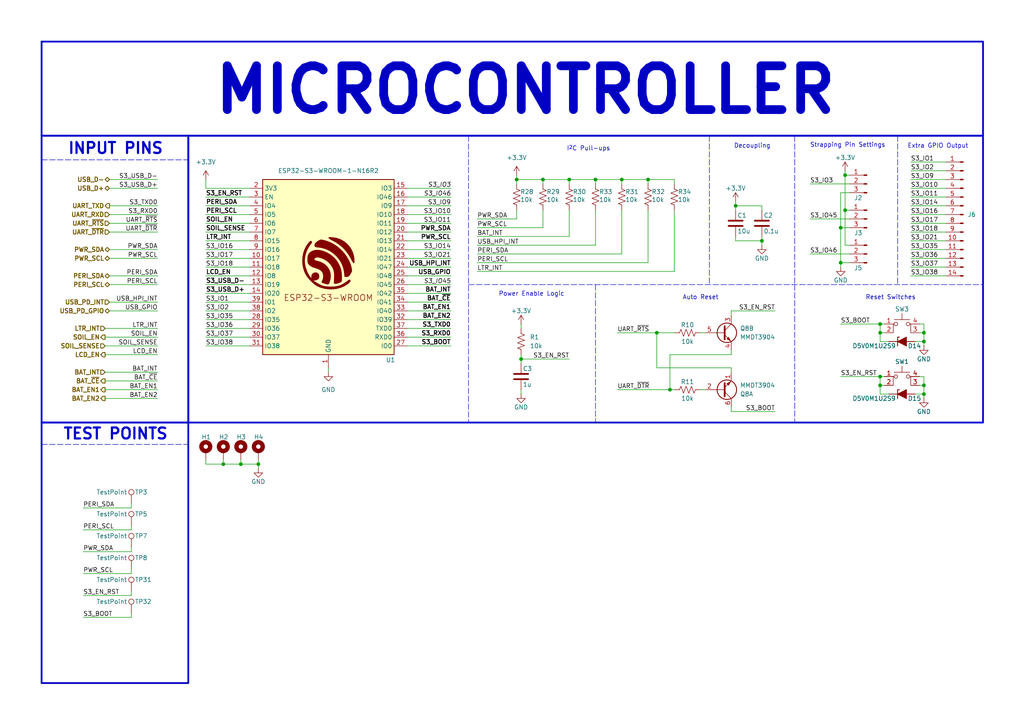
<source format=kicad_sch>
(kicad_sch (version 20231120) (generator "eeschema") (generator_version "8.0")
  (paper "A4")
  (lib_symbols
    (symbol "AA_MCUs:ESP32-S3-WROOM-1-N16R2"
      (property "Reference" "U" (at 18.034 -26.924 0))
      (property "Value" "ESP32-S3-WROOM-1-N16R2" (at 0.508 26.67 0))
      (symbol "ESP32-S3-WROOM-1-N16R2_0_0"
        (pin bidirectional line (at 22.86 15.24 180) (length 3.81) (name "IO10") (number "18"))
        (pin bidirectional line (at 22.86 12.7 180) (length 3.81) (name "IO11") (number "19"))
        (pin bidirectional line (at 22.86 10.16 180) (length 3.81) (name "IO12") (number "20"))
        (pin bidirectional line (at 22.86 7.62 180) (length 3.81) (name "IO13") (number "21"))
        (pin bidirectional line (at 22.86 5.08 180) (length 3.81) (name "IO14") (number "22"))
        (pin bidirectional line (at 22.86 2.54 180) (length 3.81) (name "IO21") (number "23"))
        (pin bidirectional line (at 22.86 0 180) (length 3.81) (name "IO47") (number "24"))
        (pin bidirectional line (at 22.86 -2.54 180) (length 3.81) (name "IO48") (number "25"))
        (pin bidirectional line (at 22.86 -5.08 180) (length 3.81) (name "IO45") (number "26"))
        (pin bidirectional line (at 22.86 -22.86 180) (length 3.81) (name "IO0") (number "27"))
        (pin bidirectional line (at -22.86 -15.24 0) (length 3.81) (name "IO35") (number "28"))
        (pin bidirectional line (at -22.86 -17.78 0) (length 3.81) (name "IO36") (number "29"))
        (pin bidirectional line (at -22.86 -20.32 0) (length 3.81) (name "IO37") (number "30"))
        (pin bidirectional line (at -22.86 -22.86 0) (length 3.81) (name "IO38") (number "31"))
        (pin bidirectional line (at 22.86 -15.24 180) (length 3.81) (name "IO39") (number "32"))
        (pin bidirectional line (at 22.86 -12.7 180) (length 3.81) (name "IO40") (number "33"))
        (pin bidirectional line (at 22.86 -10.16 180) (length 3.81) (name "IO41") (number "34"))
        (pin bidirectional line (at 22.86 -7.62 180) (length 3.81) (name "IO42") (number "35"))
      )
      (symbol "ESP32-S3-WROOM-1-N16R2_1_0"
        (pin power_in line (at 0 -29.21 90) (length 3.81) (name "GND") (number "1"))
        (pin bidirectional line (at -22.86 2.54 0) (length 3.81) (name "IO17") (number "10"))
        (pin bidirectional line (at -22.86 0 0) (length 3.81) (name "IO18") (number "11"))
        (pin bidirectional line (at -22.86 -2.54 0) (length 3.81) (name "IO8") (number "12"))
        (pin bidirectional line (at -22.86 -5.08 0) (length 3.81) (name "IO19") (number "13"))
        (pin bidirectional line (at -22.86 -7.62 0) (length 3.81) (name "IO20") (number "14"))
        (pin bidirectional line (at 22.86 22.86 180) (length 3.81) (name "IO3") (number "15"))
        (pin bidirectional line (at 22.86 20.32 180) (length 3.81) (name "IO46") (number "16"))
        (pin bidirectional line (at 22.86 17.78 180) (length 3.81) (name "IO9") (number "17"))
        (pin power_in line (at -22.86 22.86 0) (length 3.81) (name "3V3") (number "2"))
        (pin input line (at -22.86 20.32 0) (length 3.81) (name "EN") (number "3"))
        (pin bidirectional line (at 22.86 -20.32 180) (length 3.81) (name "RXD0") (number "36"))
        (pin bidirectional line (at 22.86 -17.78 180) (length 3.81) (name "TXD0") (number "37"))
        (pin bidirectional line (at -22.86 -12.7 0) (length 3.81) (name "IO2") (number "38"))
        (pin bidirectional line (at -22.86 -10.16 0) (length 3.81) (name "IO1") (number "39"))
        (pin bidirectional line (at -22.86 17.78 0) (length 3.81) (name "IO4") (number "4"))
        (pin power_in line (at 0 -29.21 90) (length 3.81) hide (name "GND") (number "40"))
        (pin power_in line (at 0 -29.21 90) (length 3.81) hide (name "EPAD") (number "41"))
        (pin power_in line (at 0 -29.21 90) (length 3.81) hide (name "GND") (number "42"))
        (pin power_in line (at 0 -29.21 90) (length 3.81) hide (name "GND") (number "43"))
        (pin power_in line (at 0 -29.21 90) (length 3.81) hide (name "GND") (number "44"))
        (pin power_in line (at 0 -29.21 90) (length 3.81) hide (name "GND") (number "45"))
        (pin power_in line (at 0 -29.21 90) (length 3.81) hide (name "GND") (number "46"))
        (pin power_in line (at 0 -29.21 90) (length 3.81) hide (name "GND") (number "47"))
        (pin power_in line (at 0 -29.21 90) (length 3.81) hide (name "GND") (number "48"))
        (pin power_in line (at 0 -29.21 90) (length 3.81) hide (name "GND") (number "49"))
        (pin bidirectional line (at -22.86 15.24 0) (length 3.81) (name "IO5") (number "5"))
        (pin bidirectional line (at -22.86 12.7 0) (length 3.81) (name "IO6") (number "6"))
        (pin bidirectional line (at -22.86 10.16 0) (length 3.81) (name "IO7") (number "7"))
        (pin bidirectional line (at -22.86 7.62 0) (length 3.81) (name "IO15") (number "8"))
        (pin bidirectional line (at -22.86 5.08 0) (length 3.81) (name "IO16") (number "9"))
      )
      (symbol "ESP32-S3-WROOM-1-N16R2_1_1"
        (text "ESP32-S3-WROOM" (at 0 -8.89 0) (effects (font (size 1.778 1.778))))
      )
    )
    (symbol "Connector:Conn_01x03_Pin" (pin_names (offset 1.016) hide)
      (property "Reference" "J" (at 0 5.08 0))
      (property "Value" "Conn_01x03_Pin" (at 0 -5.08 0))
      (symbol "Conn_01x03_Pin_1_1"
        (pin passive line (at 5.08 2.54 180) (length 3.81) (name "Pin_1") (number "1"))
        (pin passive line (at 5.08 0 180) (length 3.81) (name "Pin_2") (number "2"))
        (pin passive line (at 5.08 -2.54 180) (length 3.81) (name "Pin_3") (number "3"))
      )
    )
    (symbol "Connector:Conn_01x14_Pin" (pin_names (offset 1.016) hide)
      (property "Reference" "J" (at 0 17.78 0))
      (property "Value" "Conn_01x14_Pin" (at 0 -20.32 0))
      (symbol "Conn_01x14_Pin_1_1"
        (pin passive line (at 5.08 15.24 180) (length 3.81) (name "Pin_1") (number "1"))
        (pin passive line (at 5.08 -7.62 180) (length 3.81) (name "Pin_10") (number "10"))
        (pin passive line (at 5.08 -10.16 180) (length 3.81) (name "Pin_11") (number "11"))
        (pin passive line (at 5.08 -12.7 180) (length 3.81) (name "Pin_12") (number "12"))
        (pin passive line (at 5.08 -15.24 180) (length 3.81) (name "Pin_13") (number "13"))
        (pin passive line (at 5.08 -17.78 180) (length 3.81) (name "Pin_14") (number "14"))
        (pin passive line (at 5.08 12.7 180) (length 3.81) (name "Pin_2") (number "2"))
        (pin passive line (at 5.08 10.16 180) (length 3.81) (name "Pin_3") (number "3"))
        (pin passive line (at 5.08 7.62 180) (length 3.81) (name "Pin_4") (number "4"))
        (pin passive line (at 5.08 5.08 180) (length 3.81) (name "Pin_5") (number "5"))
        (pin passive line (at 5.08 2.54 180) (length 3.81) (name "Pin_6") (number "6"))
        (pin passive line (at 5.08 0 180) (length 3.81) (name "Pin_7") (number "7"))
        (pin passive line (at 5.08 -2.54 180) (length 3.81) (name "Pin_8") (number "8"))
        (pin passive line (at 5.08 -5.08 180) (length 3.81) (name "Pin_9") (number "9"))
      )
    )
    (symbol "Connector:TestPoint" (pin_numbers hide) (pin_names (offset 0.762) hide)
      (property "Reference" "TP" (at 0 6.858 0))
      (property "Value" "TestPoint" (at 0 5.08 0))
      (symbol "TestPoint_1_1"
        (pin passive line (at 0 0 90) (length 2.54) (name "1") (number "1"))
      )
    )
    (symbol "Device:C" (pin_numbers hide) (pin_names (offset 0.254))
      (property "Reference" "C" (at 0.635 2.54 0))
      (property "Value" "C" (at 0.635 -2.54 0))
      (symbol "C_1_1"
        (pin passive line (at 0 3.81 270) (length 2.794) (name "~") (number "1"))
        (pin passive line (at 0 -3.81 90) (length 2.794) (name "~") (number "2"))
      )
    )
    (symbol "Device:D_Zener_Filled" (pin_numbers hide) (pin_names (offset 1.016) hide)
      (property "Reference" "D" (at 0 2.54 0))
      (property "Value" "D_Zener_Filled" (at 0 -2.54 0))
      (symbol "D_Zener_Filled_1_1"
        (pin passive line (at -3.81 0 0) (length 2.54) (name "K") (number "1"))
        (pin passive line (at 3.81 0 180) (length 2.54) (name "A") (number "2"))
      )
    )
    (symbol "Device:R_US" (pin_numbers hide) (pin_names (offset 0))
      (property "Reference" "R" (at 2.54 0 90))
      (property "Value" "R_US" (at -2.54 0 90))
      (symbol "R_US_1_1"
        (pin passive line (at 0 3.81 270) (length 1.27) (name "~") (number "1"))
        (pin passive line (at 0 -3.81 90) (length 1.27) (name "~") (number "2"))
      )
    )
    (symbol "Mechanical:MountingHole_Pad" (pin_numbers hide) (pin_names (offset 1.016) hide) (exclude_from_sim yes) (in_bom no)
      (property "Reference" "H" (at 0 6.35 0))
      (property "Value" "MountingHole_Pad" (at 0 4.445 0))
      (symbol "MountingHole_Pad_1_1"
        (pin input line (at 0 -2.54 90) (length 2.54) (name "1") (number "1"))
      )
    )
    (symbol "Switch:SW_MEC_5E" (pin_names (offset 1.016) hide)
      (property "Reference" "SW" (at 0.635 5.715 0))
      (property "Value" "SW_MEC_5E" (at 0 -3.175 0))
      (symbol "SW_MEC_5E_0_1"
        (pin passive line (at -5.08 2.54 0) (length 2.54) (name "1") (number "1"))
        (pin passive line (at -5.08 0 0) (length 2.54) (name "2") (number "2"))
        (pin passive line (at 5.08 0 180) (length 2.54) (name "K") (number "3"))
        (pin passive line (at 5.08 2.54 180) (length 2.54) (name "A") (number "4"))
      )
    )
    (symbol "Transistor_BJT:MMDT3904" (pin_names (offset 0) hide)
      (property "Reference" "Q" (at 5.08 1.27 0))
      (property "Value" "MMDT3904" (at 5.08 -1.27 0))
      (symbol "MMDT3904_1_1"
        (pin passive line (at 2.54 -5.08 90) (length 2.54) (name "E1") (number "1"))
        (pin input line (at -5.08 0 0) (length 2.54) (name "B1") (number "2"))
        (pin passive line (at 2.54 5.08 270) (length 2.54) (name "C1") (number "6"))
      )
      (symbol "MMDT3904_2_1"
        (pin passive line (at 2.54 5.08 270) (length 2.54) (name "C2") (number "3"))
        (pin passive line (at 2.54 -5.08 90) (length 2.54) (name "E2") (number "4"))
        (pin input line (at -5.08 0 0) (length 2.54) (name "B2") (number "5"))
      )
    )
    (symbol "power:+3.3V" (power) (pin_numbers hide) (pin_names (offset 0) hide)
      (property "Value" "+3.3V" (at 0 3.556 0))
      (symbol "+3.3V_1_1"
        (pin power_in line (at 0 0 90) (length 0) (name "~") (number "1"))
      )
    )
    (symbol "power:GND" (power) (pin_numbers hide) (pin_names (offset 0) hide)
      (property "Value" "GND" (at 0 -3.81 0))
      (symbol "GND_1_1"
        (pin power_in line (at 0 0 270) (length 0) (name "~") (number "1"))
      )
    )
  )
  (junction (at 74.93 134.62))
  (junction (at 69.85 134.62))
  (junction (at 194.31 113.03))
  (junction (at 245.11 60.96))
  (junction (at 187.96 52.07))
  (junction (at 255.27 96.52))
  (junction (at 180.34 52.07))
  (junction (at 267.97 111.76))
  (junction (at 243.84 66.04))
  (junction (at 64.77 134.62))
  (junction (at 157.48 52.07))
  (junction (at 255.27 93.98))
  (junction (at 149.86 52.07))
  (junction (at 255.27 109.22))
  (junction (at 172.72 52.07))
  (junction (at 165.1 52.07))
  (junction (at 213.36 59.69))
  (junction (at 220.98 69.85))
  (junction (at 151.13 104.14))
  (junction (at 267.97 99.06))
  (junction (at 267.97 96.52))
  (junction (at 190.5 96.52))
  (junction (at 267.97 114.3))
  (junction (at 245.11 50.8))
  (junction (at 255.27 111.76))
  (junction (at 243.84 76.2))
  (wire (pts (xy 245.11 49.53) (xy 245.11 50.8)))
  (wire (pts (xy 24.13 153.67) (xy 38.1 153.67)))
  (wire (pts (xy 213.36 59.69) (xy 220.98 59.69)))
  (wire (pts (xy 118.11 72.39) (xy 130.81 72.39)))
  (wire (pts (xy 243.84 76.2) (xy 243.84 77.47)))
  (wire (pts (xy 24.13 147.32) (xy 38.1 147.32)))
  (wire (pts (xy 31.75 54.61) (xy 45.72 54.61)))
  (wire (pts (xy 187.96 60.96) (xy 187.96 76.2)))
  (wire (pts (xy 195.58 60.96) (xy 195.58 78.74)))
  (wire (pts (xy 59.69 67.31) (xy 72.39 67.31)))
  (wire (pts (xy 69.85 134.62) (xy 69.85 133.35)))
  (wire (pts (xy 64.77 134.62) (xy 64.77 133.35)))
  (wire (pts (xy 118.11 64.77) (xy 130.81 64.77)))
  (polyline (pts (xy 230.505 82.55) (xy 230.505 122.555)) (stroke (width 0) (type dash)))
  (wire (pts (xy 195.58 53.34) (xy 195.58 52.07)))
  (wire (pts (xy 194.31 113.03) (xy 195.58 113.03)))
  (wire (pts (xy 179.07 96.52) (xy 190.5 96.52)))
  (wire (pts (xy 95.25 106.68) (xy 95.25 107.95)))
  (wire (pts (xy 264.16 59.69) (xy 274.32 59.69)))
  (wire (pts (xy 264.16 46.99) (xy 274.32 46.99)))
  (wire (pts (xy 267.97 111.76) (xy 267.97 114.3)))
  (wire (pts (xy 179.07 113.03) (xy 194.31 113.03)))
  (wire (pts (xy 265.43 99.06) (xy 267.97 99.06)))
  (wire (pts (xy 118.11 54.61) (xy 130.81 54.61)))
  (wire (pts (xy 118.11 59.69) (xy 130.81 59.69)))
  (wire (pts (xy 264.16 57.15) (xy 274.32 57.15)))
  (wire (pts (xy 180.34 52.07) (xy 187.96 52.07)))
  (polyline (pts (xy 205.74 39.37) (xy 205.74 82.55)) (stroke (width 0) (type dash)))
  (polyline (pts (xy 12.065 46.355) (xy 54.61 46.355)) (stroke (width 0) (type dash)))
  (wire (pts (xy 243.84 55.88) (xy 246.38 55.88)))
  (wire (pts (xy 118.11 92.71) (xy 130.81 92.71)))
  (wire (pts (xy 45.72 97.79) (xy 30.48 97.79)))
  (wire (pts (xy 157.48 52.07) (xy 165.1 52.07)))
  (wire (pts (xy 243.84 76.2) (xy 243.84 66.04)))
  (wire (pts (xy 246.38 53.34) (xy 234.95 53.34)))
  (wire (pts (xy 212.09 91.44) (xy 212.09 90.17)))
  (wire (pts (xy 257.81 114.3) (xy 255.27 114.3)))
  (wire (pts (xy 267.97 114.3) (xy 265.43 114.3)))
  (wire (pts (xy 264.16 72.39) (xy 274.32 72.39)))
  (wire (pts (xy 243.84 66.04) (xy 246.38 66.04)))
  (wire (pts (xy 38.1 179.07) (xy 38.1 177.8)))
  (wire (pts (xy 172.72 52.07) (xy 180.34 52.07)))
  (wire (pts (xy 74.93 133.35) (xy 74.93 134.62)))
  (wire (pts (xy 118.11 100.33) (xy 130.81 100.33)))
  (wire (pts (xy 151.13 93.98) (xy 151.13 95.25)))
  (wire (pts (xy 118.11 57.15) (xy 130.81 57.15)))
  (wire (pts (xy 59.69 85.09) (xy 72.39 85.09)))
  (wire (pts (xy 59.69 95.25) (xy 72.39 95.25)))
  (wire (pts (xy 203.2 113.03) (xy 204.47 113.03)))
  (wire (pts (xy 118.11 67.31) (xy 130.81 67.31)))
  (wire (pts (xy 118.11 82.55) (xy 130.81 82.55)))
  (wire (pts (xy 59.69 134.62) (xy 64.77 134.62)))
  (wire (pts (xy 190.5 106.68) (xy 212.09 106.68)))
  (wire (pts (xy 245.11 60.96) (xy 245.11 71.12)))
  (wire (pts (xy 74.93 134.62) (xy 74.93 135.89)))
  (wire (pts (xy 59.69 87.63) (xy 72.39 87.63)))
  (wire (pts (xy 45.72 107.95) (xy 30.48 107.95)))
  (wire (pts (xy 245.11 71.12) (xy 246.38 71.12)))
  (wire (pts (xy 255.27 96.52) (xy 256.54 96.52)))
  (wire (pts (xy 59.69 69.85) (xy 72.39 69.85)))
  (wire (pts (xy 165.1 52.07) (xy 165.1 53.34)))
  (wire (pts (xy 138.43 68.58) (xy 165.1 68.58)))
  (wire (pts (xy 118.11 90.17) (xy 130.81 90.17)))
  (wire (pts (xy 213.36 69.85) (xy 213.36 68.58)))
  (wire (pts (xy 190.5 96.52) (xy 190.5 106.68)))
  (wire (pts (xy 245.11 50.8) (xy 245.11 60.96)))
  (wire (pts (xy 45.72 110.49) (xy 30.48 110.49)))
  (wire (pts (xy 212.09 119.38) (xy 212.09 118.11)))
  (wire (pts (xy 157.48 66.04) (xy 157.48 60.96)))
  (wire (pts (xy 138.43 78.74) (xy 195.58 78.74)))
  (wire (pts (xy 45.72 67.31) (xy 31.75 67.31)))
  (wire (pts (xy 24.13 172.72) (xy 38.1 172.72)))
  (wire (pts (xy 266.7 96.52) (xy 267.97 96.52)))
  (wire (pts (xy 24.13 166.37) (xy 38.1 166.37)))
  (wire (pts (xy 255.27 111.76) (xy 255.27 109.22)))
  (wire (pts (xy 266.7 111.76) (xy 267.97 111.76)))
  (wire (pts (xy 59.69 82.55) (xy 72.39 82.55)))
  (wire (pts (xy 138.43 73.66) (xy 180.34 73.66)))
  (wire (pts (xy 59.69 92.71) (xy 72.39 92.71)))
  (wire (pts (xy 45.72 113.03) (xy 30.48 113.03)))
  (wire (pts (xy 267.97 100.33) (xy 267.97 99.06)))
  (wire (pts (xy 264.16 69.85) (xy 274.32 69.85)))
  (wire (pts (xy 24.13 160.02) (xy 38.1 160.02)))
  (wire (pts (xy 118.11 77.47) (xy 130.81 77.47)))
  (wire (pts (xy 59.69 59.69) (xy 72.39 59.69)))
  (wire (pts (xy 264.16 62.23) (xy 274.32 62.23)))
  (polyline (pts (xy 172.72 82.55) (xy 172.72 122.555)) (stroke (width 0) (type dash)))
  (wire (pts (xy 45.72 115.57) (xy 30.48 115.57)))
  (wire (pts (xy 212.09 90.17) (xy 224.79 90.17)))
  (wire (pts (xy 59.69 77.47) (xy 72.39 77.47)))
  (wire (pts (xy 38.1 172.72) (xy 38.1 171.45)))
  (wire (pts (xy 264.16 54.61) (xy 274.32 54.61)))
  (wire (pts (xy 256.54 111.76) (xy 255.27 111.76)))
  (wire (pts (xy 267.97 109.22) (xy 266.7 109.22)))
  (wire (pts (xy 59.69 80.01) (xy 72.39 80.01)))
  (wire (pts (xy 267.97 109.22) (xy 267.97 111.76)))
  (wire (pts (xy 45.72 82.55) (xy 31.75 82.55)))
  (wire (pts (xy 59.69 54.61) (xy 72.39 54.61)))
  (wire (pts (xy 59.69 57.15) (xy 72.39 57.15)))
  (wire (pts (xy 59.69 72.39) (xy 72.39 72.39)))
  (wire (pts (xy 212.09 101.6) (xy 212.09 102.87)))
  (wire (pts (xy 267.97 96.52) (xy 267.97 93.98)))
  (wire (pts (xy 45.72 95.25) (xy 30.48 95.25)))
  (wire (pts (xy 118.11 74.93) (xy 130.81 74.93)))
  (wire (pts (xy 149.86 52.07) (xy 157.48 52.07)))
  (wire (pts (xy 264.16 80.01) (xy 274.32 80.01)))
  (wire (pts (xy 213.36 59.69) (xy 213.36 60.96)))
  (wire (pts (xy 264.16 49.53) (xy 274.32 49.53)))
  (wire (pts (xy 151.13 104.14) (xy 151.13 105.41)))
  (wire (pts (xy 220.98 69.85) (xy 213.36 69.85)))
  (wire (pts (xy 45.72 87.63) (xy 31.75 87.63)))
  (wire (pts (xy 59.69 64.77) (xy 72.39 64.77)))
  (wire (pts (xy 149.86 63.5) (xy 149.86 60.96)))
  (wire (pts (xy 59.69 74.93) (xy 72.39 74.93)))
  (wire (pts (xy 24.13 179.07) (xy 38.1 179.07)))
  (wire (pts (xy 45.72 100.33) (xy 30.48 100.33)))
  (polyline (pts (xy 260.35 39.37) (xy 260.35 82.55)) (stroke (width 0) (type dash)))
  (wire (pts (xy 264.16 64.77) (xy 274.32 64.77)))
  (wire (pts (xy 212.09 102.87) (xy 194.31 102.87)))
  (wire (pts (xy 157.48 52.07) (xy 157.48 53.34)))
  (wire (pts (xy 246.38 76.2) (xy 243.84 76.2)))
  (wire (pts (xy 118.11 62.23) (xy 130.81 62.23)))
  (wire (pts (xy 59.69 52.07) (xy 59.69 54.61)))
  (wire (pts (xy 255.27 99.06) (xy 255.27 96.52)))
  (wire (pts (xy 255.27 114.3) (xy 255.27 111.76)))
  (wire (pts (xy 38.1 153.67) (xy 38.1 152.4)))
  (wire (pts (xy 267.97 93.98) (xy 266.7 93.98)))
  (wire (pts (xy 246.38 73.66) (xy 234.95 73.66)))
  (wire (pts (xy 149.86 52.07) (xy 149.86 53.34)))
  (wire (pts (xy 203.2 96.52) (xy 204.47 96.52)))
  (wire (pts (xy 45.72 74.93) (xy 31.75 74.93)))
  (wire (pts (xy 38.1 147.32) (xy 38.1 146.05)))
  (wire (pts (xy 243.84 66.04) (xy 243.84 55.88)))
  (wire (pts (xy 118.11 95.25) (xy 130.81 95.25)))
  (wire (pts (xy 138.43 66.04) (xy 157.48 66.04)))
  (wire (pts (xy 118.11 87.63) (xy 130.81 87.63)))
  (wire (pts (xy 151.13 102.87) (xy 151.13 104.14)))
  (wire (pts (xy 45.72 102.87) (xy 30.48 102.87)))
  (wire (pts (xy 118.11 69.85) (xy 130.81 69.85)))
  (wire (pts (xy 138.43 71.12) (xy 172.72 71.12)))
  (wire (pts (xy 220.98 69.85) (xy 220.98 71.12)))
  (wire (pts (xy 149.86 50.8) (xy 149.86 52.07)))
  (wire (pts (xy 118.11 85.09) (xy 130.81 85.09)))
  (wire (pts (xy 246.38 63.5) (xy 234.95 63.5)))
  (wire (pts (xy 172.72 52.07) (xy 172.72 53.34)))
  (wire (pts (xy 59.69 100.33) (xy 72.39 100.33)))
  (wire (pts (xy 59.69 133.35) (xy 59.69 134.62)))
  (wire (pts (xy 246.38 60.96) (xy 245.11 60.96)))
  (wire (pts (xy 31.75 52.07) (xy 45.72 52.07)))
  (wire (pts (xy 38.1 160.02) (xy 38.1 158.75)))
  (wire (pts (xy 165.1 68.58) (xy 165.1 60.96)))
  (wire (pts (xy 118.11 97.79) (xy 130.81 97.79)))
  (wire (pts (xy 74.93 134.62) (xy 69.85 134.62)))
  (wire (pts (xy 220.98 68.58) (xy 220.98 69.85)))
  (wire (pts (xy 264.16 77.47) (xy 274.32 77.47)))
  (wire (pts (xy 267.97 99.06) (xy 267.97 96.52)))
  (wire (pts (xy 45.72 80.01) (xy 31.75 80.01)))
  (wire (pts (xy 187.96 52.07) (xy 187.96 53.34)))
  (wire (pts (xy 267.97 114.3) (xy 267.97 115.57)))
  (wire (pts (xy 45.72 64.77) (xy 31.75 64.77)))
  (wire (pts (xy 213.36 58.42) (xy 213.36 59.69)))
  (wire (pts (xy 255.27 93.98) (xy 255.27 96.52)))
  (wire (pts (xy 257.81 99.06) (xy 255.27 99.06)))
  (wire (pts (xy 180.34 52.07) (xy 180.34 53.34)))
  (wire (pts (xy 45.72 90.17) (xy 31.75 90.17)))
  (wire (pts (xy 69.85 134.62) (xy 64.77 134.62)))
  (wire (pts (xy 172.72 60.96) (xy 172.72 71.12)))
  (wire (pts (xy 220.98 59.69) (xy 220.98 60.96)))
  (wire (pts (xy 212.09 106.68) (xy 212.09 107.95)))
  (wire (pts (xy 59.69 97.79) (xy 72.39 97.79)))
  (wire (pts (xy 138.43 76.2) (xy 187.96 76.2)))
  (wire (pts (xy 151.13 114.3) (xy 151.13 113.03)))
  (wire (pts (xy 246.38 50.8) (xy 245.11 50.8)))
  (wire (pts (xy 243.84 109.22) (xy 255.27 109.22)))
  (wire (pts (xy 194.31 102.87) (xy 194.31 113.03)))
  (wire (pts (xy 118.11 80.01) (xy 130.81 80.01)))
  (wire (pts (xy 45.72 59.69) (xy 31.75 59.69)))
  (wire (pts (xy 180.34 60.96) (xy 180.34 73.66)))
  (wire (pts (xy 187.96 52.07) (xy 195.58 52.07)))
  (polyline (pts (xy 230.505 39.37) (xy 230.505 82.55)) (stroke (width 0) (type dash)))
  (wire (pts (xy 45.72 62.23) (xy 31.75 62.23)))
  (wire (pts (xy 264.16 67.31) (xy 274.32 67.31)))
  (wire (pts (xy 59.69 90.17) (xy 72.39 90.17)))
  (wire (pts (xy 255.27 93.98) (xy 256.54 93.98)))
  (wire (pts (xy 212.09 119.38) (xy 224.79 119.38)))
  (wire (pts (xy 190.5 96.52) (xy 195.58 96.52)))
  (polyline (pts (xy 135.89 39.37) (xy 135.89 122.555)) (stroke (width 0) (type dash)))
  (wire (pts (xy 243.84 93.98) (xy 255.27 93.98)))
  (wire (pts (xy 45.72 72.39) (xy 31.75 72.39)))
  (wire (pts (xy 151.13 104.14) (xy 165.1 104.14)))
  (wire (pts (xy 255.27 109.22) (xy 256.54 109.22)))
  (wire (pts (xy 38.1 166.37) (xy 38.1 165.1)))
  (wire (pts (xy 264.16 52.07) (xy 274.32 52.07)))
  (polyline (pts (xy 12.065 128.905) (xy 54.61 128.905)) (stroke (width 0) (type dash)))
  (wire (pts (xy 165.1 52.07) (xy 172.72 52.07)))
  (wire (pts (xy 59.69 62.23) (xy 72.39 62.23)))
  (polyline (pts (xy 135.89 82.55) (xy 285.115 82.55)) (stroke (width 0) (type dash)))
  (wire (pts (xy 264.16 74.93) (xy 274.32 74.93)))
  (wire (pts (xy 138.43 63.5) (xy 149.86 63.5)))
  (rectangle (start 12.065 39.37) (end 54.61 122.555) (stroke (width 0.508)))
  (rectangle (start 12.065 12.065) (end 285.115 39.37) (stroke (width 0.508)))
  (rectangle (start 12.065 122.555) (end 54.61 198.12) (stroke (width 0.508)))
  (rectangle (start 54.61 39.37) (end 285.115 122.555) (stroke (width 0.508)))
  (text "INPUT PINS" (at 33.528 43.18 0) (effects (font (size 3.175 3.175) (thickness 0.635) (bold yes))))
  (text "MICROCONTROLLER" (at 152.4 26.289 0) (effects (font (size 12.7 12.7) (thickness 2.54) (bold yes))))
  (text "TEST POINTS" (at 33.528 125.984 0) (effects (font (size 3.175 3.175) (thickness 0.635) (bold yes))))
  (text "Decoupling" (at 218.186 42.418 0) (effects (font (size 1.27 1.27))))
  (text "Extra GPIO Output" (at 272.034 42.418 0) (effects (font (size 1.27 1.27))))
  (text "I^{2}C Pull-ups" (at 170.688 43.18 0) (effects (font (size 1.27 1.27))))
  (text "Strapping Pin Settings" (at 245.872 42.164 0) (effects (font (size 1.27 1.27))))
  (text "Reset Switches" (at 258.318 86.36 0) (effects (font (size 1.27 1.27))))
  (text "Auto Reset" (at 203.2 86.36 0) (effects (font (size 1.27 1.27))))
  (text "Power Enable Logic" (at 154.178 85.344 0) (effects (font (size 1.27 1.27))))
  (label "SOIL_SENSE" (at 45.72 100.33 180))
  (label "S3_IO10" (at 264.16 54.61 0))
  (label "S3_IO18" (at 59.69 77.47 0))
  (label "UART_~{RTS}" (at 45.72 64.77 180))
  (label "S3_IO35" (at 59.69 92.71 0))
  (label "PERI_SDA" (at 138.43 73.66 0))
  (label "BAT_INT" (at 138.43 68.58 0))
  (label "SOIL_EN" (at 59.69 64.77 0) (effects (font (bold yes))))
  (label "PERI_SCL" (at 24.13 153.67 0))
  (label "S3_TXD0" (at 45.72 59.69 180))
  (label "S3_BOOT" (at 130.81 100.33 180) (effects (font (bold yes))))
  (label "S3_EN_RST" (at 24.13 172.72 0))
  (label "PWR_SCL" (at 45.72 74.93 180))
  (label "S3_IO21" (at 130.81 74.93 180))
  (label "S3_IO9" (at 264.16 52.07 0))
  (label "BAT_~{CE}" (at 130.81 87.63 180) (effects (font (bold yes))))
  (label "S3_RXD0" (at 130.81 97.79 180) (effects (font (bold yes))))
  (label "S3_BOOT" (at 24.13 179.07 0))
  (label "S3_BOOT" (at 243.84 93.98 0))
  (label "S3_EN_RST" (at 243.84 109.22 0))
  (label "S3_IO18" (at 264.16 67.31 0))
  (label "S3_USB_D-" (at 59.69 82.55 0) (effects (font (bold yes))))
  (label "LTR_INT" (at 138.43 78.74 0))
  (label "S3_IO38" (at 59.69 100.33 0))
  (label "S3_TXD0" (at 130.81 95.25 180) (effects (font (bold yes))))
  (label "USB_HPI_INT" (at 130.81 77.47 180) (effects (font (bold yes))))
  (label "S3_IO45" (at 130.81 82.55 180) (effects (font (italic yes))))
  (label "S3_IO46" (at 130.81 57.15 180) (effects (font (italic yes))))
  (label "PWR_SDA" (at 138.43 63.5 0))
  (label "S3_IO37" (at 59.69 97.79 0))
  (label "S3_IO3" (at 130.81 54.61 180) (effects (font (italic yes))))
  (label "S3_IO46" (at 234.95 73.66 0))
  (label "S3_EN_RST" (at 224.79 90.17 180))
  (label "PWR_SCL" (at 24.13 166.37 0))
  (label "UART_~{DTR}" (at 179.07 113.03 0))
  (label "PERI_SDA" (at 59.69 59.69 0) (effects (font (bold yes))))
  (label "BAT_EN2" (at 45.72 115.57 180))
  (label "USB_HPI_INT" (at 45.72 87.63 180))
  (label "LCD_EN" (at 45.72 102.87 180))
  (label "S3_IO14" (at 130.81 72.39 180))
  (label "PERI_SDA" (at 24.13 147.32 0))
  (label "S3_EN_RST" (at 59.69 57.15 0) (effects (font (bold yes))))
  (label "USB_HPI_INT" (at 138.43 71.12 0))
  (label "PWR_SDA" (at 24.13 160.02 0))
  (label "UART_~{DTR}" (at 45.72 67.31 180))
  (label "S3_IO36" (at 59.69 95.25 0))
  (label "S3_IO17" (at 264.16 64.77 0))
  (label "S3_IO45" (at 234.95 63.5 0))
  (label "S3_IO11" (at 264.16 57.15 0))
  (label "LTR_INT" (at 45.72 95.25 180))
  (label "USB_GPIO" (at 130.81 80.01 180) (effects (font (bold yes))))
  (label "S3_IO11" (at 130.81 64.77 180))
  (label "BAT_EN1" (at 45.72 113.03 180))
  (label "PWR_SCL" (at 130.81 69.85 180) (effects (font (bold yes))))
  (label "BAT_EN1" (at 130.81 90.17 180) (effects (font (bold yes))))
  (label "S3_IO3" (at 234.95 53.34 0))
  (label "S3_IO21" (at 264.16 69.85 0))
  (label "S3_RXD0" (at 45.72 62.23 180))
  (label "BAT_~{CE}" (at 45.72 110.49 180))
  (label "S3_IO36" (at 264.16 74.93 0))
  (label "S3_IO10" (at 130.81 62.23 180))
  (label "PERI_SCL" (at 138.43 76.2 0))
  (label "PWR_SCL" (at 138.43 66.04 0))
  (label "S3_EN_RST" (at 165.1 104.14 180))
  (label "SOIL_EN" (at 45.72 97.79 180))
  (label "BAT_INT" (at 130.81 85.09 180) (effects (font (bold yes))))
  (label "BAT_INT" (at 45.72 107.95 180))
  (label "SOIL_SENSE" (at 59.69 67.31 0) (effects (font (bold yes))))
  (label "S3_IO2" (at 264.16 49.53 0))
  (label "S3_BOOT" (at 224.79 119.38 180))
  (label "S3_IO1" (at 59.69 87.63 0))
  (label "UART_~{RTS}" (at 179.07 96.52 0))
  (label "PWR_SDA" (at 130.81 67.31 180) (effects (font (bold yes))))
  (label "S3_IO1" (at 264.16 46.99 0))
  (label "PERI_SDA" (at 45.72 80.01 180))
  (label "PWR_SDA" (at 45.72 72.39 180))
  (label "PERI_SCL" (at 45.72 82.55 180))
  (label "BAT_EN2" (at 130.81 92.71 180) (effects (font (bold yes))))
  (label "S3_IO2" (at 59.69 90.17 0))
  (label "S3_USB_D+" (at 45.72 54.61 180))
  (label "S3_IO9" (at 130.81 59.69 180))
  (label "S3_IO35" (at 264.16 72.39 0))
  (label "USB_GPIO" (at 45.72 90.17 180))
  (label "S3_USB_D+" (at 59.69 85.09 0) (effects (font (bold yes))))
  (label "LCD_EN" (at 59.69 80.01 0) (effects (font (bold yes))))
  (label "S3_IO14" (at 264.16 59.69 0))
  (label "S3_IO16" (at 59.69 72.39 0))
  (label "S3_IO17" (at 59.69 74.93 0))
  (label "S3_IO37" (at 264.16 77.47 0))
  (label "S3_IO38" (at 264.16 80.01 0))
  (label "LTR_INT" (at 59.69 69.85 0) (effects (font (bold yes))))
  (label "PERI_SCL" (at 59.69 62.23 0) (effects (font (bold yes))))
  (label "S3_USB_D-" (at 45.72 52.07 180))
  (label "S3_IO16" (at 264.16 62.23 0))
  (hierarchical_label "UART_~{DTR}" (shape input) (at 31.75 67.31 180) (effects (font (thickness 0.254) (bold yes))))
  (hierarchical_label "USB_PD_INT" (shape input) (at 31.75 87.63 180) (effects (font (bold yes))))
  (hierarchical_label "BAT_EN2" (shape output) (at 30.48 115.57 180) (effects (font (bold yes))))
  (hierarchical_label "PWR_SCL" (shape bidirectional) (at 31.75 74.93 180) (effects (font (bold yes))))
  (hierarchical_label "BAT_EN1" (shape output) (at 30.48 113.03 180) (effects (font (bold yes))))
  (hierarchical_label "SOIL_SENSE" (shape input) (at 30.48 100.33 180) (effects (font (bold yes))))
  (hierarchical_label "UART_~{RTS}" (shape input) (at 31.75 64.77 180) (effects (font (thickness 0.254) (bold yes))))
  (hierarchical_label "USB_D+" (shape bidirectional) (at 31.75 54.61 180) (effects (font (bold yes))))
  (hierarchical_label "UART_RXD" (shape input) (at 31.75 62.23 180) (effects (font (thickness 0.254) (bold yes))))
  (hierarchical_label "BAT_INT" (shape input) (at 30.48 107.95 180) (effects (font (bold yes))))
  (hierarchical_label "USB_PD_GPIO" (shape bidirectional) (at 31.75 90.17 180) (effects (font (bold yes))))
  (hierarchical_label "LTR_INT" (shape input) (at 30.48 95.25 180) (effects (font (bold yes))))
  (hierarchical_label "PERI_SCL" (shape bidirectional) (at 31.75 82.55 180) (effects (font (bold yes))))
  (hierarchical_label "SOIL_EN" (shape output) (at 30.48 97.79 180) (effects (font (bold yes))))
  (hierarchical_label "PWR_SDA" (shape bidirectional) (at 31.75 72.39 180) (effects (font (bold yes))))
  (hierarchical_label "UART_TXD" (shape output) (at 31.75 59.69 180) (effects (font (thickness 0.254) (bold yes))))
  (hierarchical_label "PERI_SDA" (shape bidirectional) (at 31.75 80.01 180) (effects (font (bold yes))))
  (hierarchical_label "USB_D-" (shape bidirectional) (at 31.75 52.07 180) (effects (font (bold yes))))
  (hierarchical_label "BAT_~{CE}" (shape output) (at 30.48 110.49 180) (effects (font (bold yes))))
  (hierarchical_label "LCD_EN" (shape output) (at 30.48 102.87 180) (effects (font (bold yes))))
  (symbol (lib_id "Transistor_BJT:MMDT3904") (at 209.55 113.03 0) (mirror x) (unit 1)
    (property "Reference" "Q8" (at 214.63 114.3001 0) (effects (justify left)))
    (property "Value" "MMDT3904" (at 214.63 111.7601 0) (effects (justify left)))
    (property "Footprint" "Package_TO_SOT_SMD:SOT-363_SC-70-6" (effects (hide yes)))
    (property "Datasheet" "http://www.diodes.com/_files/datasheets/ds30088.pdf" (effects (hide yes)))
    (property "Description" "200mA IC, 40V Vce, Dual NPN/NPN Transistors, SOT-363" (effects (hide yes)))
  )
  (symbol (lib_id "AA_MCUs:ESP32-S3-WROOM-1-N16R2") (at 95.25 77.47 0) (unit 1)
    (property "Reference" "U1" (at 113.284 104.394 0))
    (property "Value" "ESP32-S3-WROOM-1-N16R2" (at 95.25 49.53 0))
    (property "Footprint" "AA_MCUs:ESP32S3WROOM1N16R2" (effects (hide yes)))
    (property "Datasheet" "https://www.espressif.com/sites/default/files/documentation/esp32-s3-wroom-1_wroom-1u_datasheet_en.pdf" (effects (hide yes)))
    (property "Description" "Bluetooth, WiFi 802.11b/g/n, Bluetooth v5.0 Transceiver Module 2.4GHz PCB Trace Surface Mount" (effects (hide yes)))
  )
  (symbol (lib_id "Mechanical:MountingHole_Pad") (at 59.69 130.81 0) (unit 1) (exclude_from_sim yes) (in_bom no)
    (property "Reference" "H1" (at 58.42 126.746 0) (effects (justify left)))
    (property "Value" "MountingHole_Pad" (effects (hide yes)))
    (property "Footprint" "MountingHole:MountingHole_2.5mm_Pad" (effects (hide yes)))
    (property "Description" "Mounting Hole with connection" (effects (hide yes)))
  )
  (symbol (lib_id "power:GND") (at 220.98 71.12 0) (unit 1)
    (property "Reference" "#PWR04" (effects (hide yes)))
    (property "Value" "GND" (at 220.98 74.93 0))
    (property "Description" "Power symbol creates a global label with name \"GND\" , ground" (effects (hide yes)))
  )
  (symbol (lib_id "power:GND") (at 74.93 135.89 0) (unit 1)
    (property "Reference" "#PWR068" (effects (hide yes)))
    (property "Value" "GND" (at 74.93 139.7 0))
    (property "Description" "Power symbol creates a global label with name \"GND\" , ground" (effects (hide yes)))
  )
  (symbol (lib_id "power:GND") (at 267.97 100.33 0) (unit 1)
    (property "Reference" "#PWR033" (effects (hide yes)))
    (property "Value" "GND" (at 267.97 104.14 0))
    (property "Description" "Power symbol creates a global label with name \"GND\" , ground" (effects (hide yes)))
  )
  (symbol (lib_id "Device:R_US") (at 195.58 57.15 180) (unit 1)
    (property "Reference" "R34" (at 196.596 55.626 0) (effects (justify right)))
    (property "Value" "10k" (at 196.596 57.912 0) (effects (justify right)))
    (property "Footprint" "Resistor_SMD:R_0805_2012Metric" (effects (hide yes)))
    (property "Description" "Resistor, US symbol" (effects (hide yes)))
  )
  (symbol (lib_id "Connector:TestPoint") (at 38.1 171.45 0) (unit 1)
    (property "Reference" "TP31" (at 39.116 168.148 0) (effects (justify left)))
    (property "Value" "TestPoint" (at 27.94 168.148 0) (effects (justify left)))
    (property "Footprint" "AA_TestPoints:RCWCTE" (effects (hide yes)))
    (property "Description" "test point" (effects (hide yes)))
  )
  (symbol (lib_id "Device:C") (at 220.98 64.77 0) (unit 1)
    (property "Reference" "C2" (at 221.488 62.484 0) (effects (justify left)))
    (property "Value" "0.1u" (at 221.488 67.056 0) (effects (justify left)))
    (property "Footprint" "Capacitor_SMD:C_0805_2012Metric" (effects (hide yes)))
    (property "Description" "Unpolarized capacitor" (effects (hide yes)))
  )
  (symbol (lib_id "Device:C") (at 213.36 64.77 0) (unit 1)
    (property "Reference" "C1" (at 213.868 62.484 0) (effects (justify left)))
    (property "Value" "10u" (at 213.868 67.056 0) (effects (justify left)))
    (property "Footprint" "Capacitor_SMD:C_0805_2012Metric" (effects (hide yes)))
    (property "Description" "Unpolarized capacitor" (effects (hide yes)))
  )
  (symbol (lib_id "Connector:TestPoint") (at 38.1 158.75 0) (unit 1)
    (property "Reference" "TP7" (at 39.116 155.448 0) (effects (justify left)))
    (property "Value" "TestPoint" (at 27.94 155.448 0) (effects (justify left)))
    (property "Footprint" "AA_TestPoints:RCWCTE" (effects (hide yes)))
    (property "Description" "test point" (effects (hide yes)))
  )
  (symbol (lib_id "Mechanical:MountingHole_Pad") (at 74.93 130.81 0) (unit 1) (exclude_from_sim yes) (in_bom no)
    (property "Reference" "H4" (at 73.66 126.746 0) (effects (justify left)))
    (property "Value" "MountingHole_Pad" (effects (hide yes)))
    (property "Footprint" "MountingHole:MountingHole_2.5mm_Pad" (effects (hide yes)))
    (property "Description" "Mounting Hole with connection" (effects (hide yes)))
  )
  (symbol (lib_id "Switch:SW_MEC_5E") (at 261.62 96.52 0) (unit 1)
    (property "Reference" "SW3" (at 261.62 89.662 0))
    (property "Value" "SW_MEC_5E" (effects (hide yes)))
    (property "Footprint" "AA_Switches:18259106" (effects (hide yes)))
    (property "Datasheet" "http://www.apem.com/int/index.php?controller=attachment&id_attachment=1371" (effects (hide yes)))
    (property "Description" "MEC 5E single pole normally-open tactile switch" (effects (hide yes)))
  )
  (symbol (lib_id "Mechanical:MountingHole_Pad") (at 64.77 130.81 0) (unit 1) (exclude_from_sim yes) (in_bom no)
    (property "Reference" "H2" (at 63.5 126.746 0) (effects (justify left)))
    (property "Value" "MountingHole_Pad" (effects (hide yes)))
    (property "Footprint" "MountingHole:MountingHole_2.5mm_Pad" (effects (hide yes)))
    (property "Description" "Mounting Hole with connection" (effects (hide yes)))
  )
  (symbol (lib_id "Device:C") (at 151.13 109.22 0) (unit 1)
    (property "Reference" "C3" (at 151.638 106.934 0) (effects (justify left)))
    (property "Value" "1u" (at 151.638 111.506 0) (effects (justify left)))
    (property "Footprint" "Capacitor_SMD:C_0805_2012Metric" (effects (hide yes)))
    (property "Description" "Unpolarized capacitor" (effects (hide yes)))
  )
  (symbol (lib_id "Device:R_US") (at 180.34 57.15 180) (unit 1)
    (property "Reference" "R31" (at 181.356 55.626 0) (effects (justify right)))
    (property "Value" "10k" (at 181.356 57.912 0) (effects (justify right)))
    (property "Footprint" "Resistor_SMD:R_0805_2012Metric" (effects (hide yes)))
    (property "Description" "Resistor, US symbol" (effects (hide yes)))
  )
  (symbol (lib_id "Mechanical:MountingHole_Pad") (at 69.85 130.81 0) (unit 1) (exclude_from_sim yes) (in_bom no)
    (property "Reference" "H3" (at 68.58 126.746 0) (effects (justify left)))
    (property "Value" "MountingHole_Pad" (effects (hide yes)))
    (property "Footprint" "MountingHole:MountingHole_2.5mm_Pad" (effects (hide yes)))
    (property "Description" "Mounting Hole with connection" (effects (hide yes)))
  )
  (symbol (lib_id "Connector:Conn_01x03_Pin") (at 251.46 73.66 0) (mirror y) (unit 1)
    (property "Reference" "J5" (at 248.92 77.724 0))
    (property "Value" "3_Pin_Conn" (effects (hide yes)))
    (property "Footprint" "AA_Connectors:61300311121" (effects (hide yes)))
    (property "Description" "Generic connector, single row, 01x03, script generated" (effects (hide yes)))
  )
  (symbol (lib_id "Device:R_US") (at 187.96 57.15 180) (unit 1)
    (property "Reference" "R32" (at 188.976 55.626 0) (effects (justify right)))
    (property "Value" "10k" (at 188.976 57.912 0) (effects (justify right)))
    (property "Footprint" "Resistor_SMD:R_0805_2012Metric" (effects (hide yes)))
    (property "Description" "Resistor, US symbol" (effects (hide yes)))
  )
  (symbol (lib_id "power:+3.3V") (at 213.36 58.42 0) (unit 1)
    (property "Reference" "#PWR03" (effects (hide yes)))
    (property "Value" "+3.3V" (at 213.36 54.61 0))
    (property "Description" "Power symbol creates a global label with name \"+3.3V\"" (effects (hide yes)))
  )
  (symbol (lib_id "Connector:TestPoint") (at 38.1 152.4 0) (unit 1)
    (property "Reference" "TP5" (at 39.116 149.098 0) (effects (justify left)))
    (property "Value" "TestPoint" (at 27.94 149.098 0) (effects (justify left)))
    (property "Footprint" "AA_TestPoints:RCWCTE" (effects (hide yes)))
    (property "Description" "test point" (effects (hide yes)))
  )
  (symbol (lib_id "Connector:Conn_01x03_Pin") (at 251.46 63.5 0) (mirror y) (unit 1)
    (property "Reference" "J3" (at 248.92 67.564 0))
    (property "Value" "3_Pin_Conn" (effects (hide yes)))
    (property "Footprint" "AA_Connectors:61300311121" (effects (hide yes)))
    (property "Description" "Generic connector, single row, 01x03, script generated" (effects (hide yes)))
  )
  (symbol (lib_id "Device:R_US") (at 199.39 113.03 90) (unit 1)
    (property "Reference" "R11" (at 199.39 110.744 90))
    (property "Value" "10k" (at 199.39 115.57 90))
    (property "Footprint" "Resistor_SMD:R_0805_2012Metric" (effects (hide yes)))
    (property "Description" "Resistor, US symbol" (effects (hide yes)))
  )
  (symbol (lib_id "Transistor_BJT:MMDT3904") (at 209.55 96.52 0) (unit 2)
    (property "Reference" "Q8" (at 214.63 95.2499 0) (effects (justify left)))
    (property "Value" "MMDT3904" (at 214.63 97.7899 0) (effects (justify left)))
    (property "Footprint" "Package_TO_SOT_SMD:SOT-363_SC-70-6" (effects (hide yes)))
    (property "Datasheet" "http://www.diodes.com/_files/datasheets/ds30088.pdf" (effects (hide yes)))
    (property "Description" "200mA IC, 40V Vce, Dual NPN/NPN Transistors, SOT-363" (effects (hide yes)))
  )
  (symbol (lib_id "Device:R_US") (at 199.39 96.52 90) (unit 1)
    (property "Reference" "R10" (at 199.39 94.234 90))
    (property "Value" "10k" (at 199.39 99.06 90))
    (property "Footprint" "Resistor_SMD:R_0805_2012Metric" (effects (hide yes)))
    (property "Description" "Resistor, US symbol" (effects (hide yes)))
  )
  (symbol (lib_id "Device:R_US") (at 151.13 99.06 180) (unit 1)
    (property "Reference" "R1" (at 153.67 97.7899 0) (effects (justify right)))
    (property "Value" "10k" (at 153.67 100.3299 0) (effects (justify right)))
    (property "Footprint" "Resistor_SMD:R_0805_2012Metric" (effects (hide yes)))
    (property "Description" "Resistor, US symbol" (effects (hide yes)))
  )
  (symbol (lib_id "Device:D_Zener_Filled") (at 261.62 114.3 0) (unit 1)
    (property "Reference" "D15" (at 267.208 115.57 0) (effects (justify right)))
    (property "Value" "D5V0M1U2S9" (at 259.842 115.57 0) (effects (justify right)))
    (property "Footprint" "AA_Diodes:D5V0M1U2S9Q" (effects (hide yes)))
    (property "Description" "Zener diode, filled shape" (effects (hide yes)))
  )
  (symbol (lib_id "Connector:Conn_01x14_Pin") (at 279.4 62.23 0) (mirror y) (unit 1)
    (property "Reference" "J6" (at 280.67 62.2299 0) (effects (justify right)))
    (property "Value" "Conn_01x14_Pin" (effects (hide yes)))
    (property "Footprint" "AA_Connectors:CONN_PH1-14-UA_ADM" (effects (hide yes)))
    (property "Description" "Generic connector, single row, 01x14, script generated" (effects (hide yes)))
  )
  (symbol (lib_id "Device:R_US") (at 165.1 57.15 180) (unit 1)
    (property "Reference" "R30" (at 166.116 55.626 0) (effects (justify right)))
    (property "Value" "10k" (at 166.116 57.912 0) (effects (justify right)))
    (property "Footprint" "Resistor_SMD:R_0805_2012Metric" (effects (hide yes)))
    (property "Description" "Resistor, US symbol" (effects (hide yes)))
  )
  (symbol (lib_id "power:GND") (at 151.13 114.3 0) (unit 1)
    (property "Reference" "#PWR05" (effects (hide yes)))
    (property "Value" "GND" (at 151.13 118.11 0))
    (property "Description" "Power symbol creates a global label with name \"GND\" , ground" (effects (hide yes)))
  )
  (symbol (lib_id "power:+3.3V") (at 245.11 49.53 0) (mirror y) (unit 1)
    (property "Reference" "#PWR066" (effects (hide yes)))
    (property "Value" "+3.3V" (at 245.11 45.72 0))
    (property "Description" "Power symbol creates a global label with name \"+3.3V\"" (effects (hide yes)))
  )
  (symbol (lib_id "Connector:TestPoint") (at 38.1 165.1 0) (unit 1)
    (property "Reference" "TP8" (at 39.116 161.798 0) (effects (justify left)))
    (property "Value" "TestPoint" (at 27.94 161.798 0) (effects (justify left)))
    (property "Footprint" "AA_TestPoints:RCWCTE" (effects (hide yes)))
    (property "Description" "test point" (effects (hide yes)))
  )
  (symbol (lib_id "Device:R_US") (at 149.86 57.15 180) (unit 1)
    (property "Reference" "R28" (at 150.876 55.626 0) (effects (justify right)))
    (property "Value" "10k" (at 150.876 57.912 0) (effects (justify right)))
    (property "Footprint" "Resistor_SMD:R_0805_2012Metric" (effects (hide yes)))
    (property "Description" "Resistor, US symbol" (effects (hide yes)))
  )
  (symbol (lib_id "power:+3.3V") (at 151.13 93.98 0) (unit 1)
    (property "Reference" "#PWR06" (effects (hide yes)))
    (property "Value" "+3.3V" (at 151.13 90.17 0))
    (property "Description" "Power symbol creates a global label with name \"+3.3V\"" (effects (hide yes)))
  )
  (symbol (lib_id "power:GND") (at 243.84 77.47 0) (mirror y) (unit 1)
    (property "Reference" "#PWR067" (effects (hide yes)))
    (property "Value" "GND" (at 243.84 81.28 0))
    (property "Description" "Power symbol creates a global label with name \"GND\" , ground" (effects (hide yes)))
  )
  (symbol (lib_id "Device:R_US") (at 172.72 57.15 180) (unit 1)
    (property "Reference" "R33" (at 173.736 55.626 0) (effects (justify right)))
    (property "Value" "10k" (at 173.736 57.912 0) (effects (justify right)))
    (property "Footprint" "Resistor_SMD:R_0805_2012Metric" (effects (hide yes)))
    (property "Description" "Resistor, US symbol" (effects (hide yes)))
  )
  (symbol (lib_id "power:+3.3V") (at 59.69 52.07 0) (unit 1)
    (property "Reference" "#PWR02" (effects (hide yes)))
    (property "Value" "+3.3V" (at 59.69 46.99 0))
    (property "Description" "Power symbol creates a global label with name \"+3.3V\"" (effects (hide yes)))
  )
  (symbol (lib_id "power:+3.3V") (at 149.86 50.8 0) (unit 1)
    (property "Reference" "#PWR065" (effects (hide yes)))
    (property "Value" "+3.3V" (at 149.86 45.72 0))
    (property "Description" "Power symbol creates a global label with name \"+3.3V\"" (effects (hide yes)))
  )
  (symbol (lib_id "Switch:SW_MEC_5E") (at 261.62 111.76 0) (unit 1)
    (property "Reference" "SW1" (at 261.62 104.902 0))
    (property "Value" "SW_MEC_5E" (effects (hide yes)))
    (property "Footprint" "AA_Switches:18259106" (effects (hide yes)))
    (property "Datasheet" "http://www.apem.com/int/index.php?controller=attachment&id_attachment=1371" (effects (hide yes)))
    (property "Description" "MEC 5E single pole normally-open tactile switch" (effects (hide yes)))
  )
  (symbol (lib_id "Connector:TestPoint") (at 38.1 177.8 0) (unit 1)
    (property "Reference" "TP32" (at 39.116 174.498 0) (effects (justify left)))
    (property "Value" "TestPoint" (at 27.94 174.498 0) (effects (justify left)))
    (property "Footprint" "AA_TestPoints:RCWCTE" (effects (hide yes)))
    (property "Description" "test point" (effects (hide yes)))
  )
  (symbol (lib_id "Connector:TestPoint") (at 38.1 146.05 0) (unit 1)
    (property "Reference" "TP3" (at 39.116 142.748 0) (effects (justify left)))
    (property "Value" "TestPoint" (at 27.94 142.748 0) (effects (justify left)))
    (property "Footprint" "AA_TestPoints:RCWCTE" (effects (hide yes)))
    (property "Description" "test point" (effects (hide yes)))
  )
  (symbol (lib_id "Device:D_Zener_Filled") (at 261.62 99.06 0) (unit 1)
    (property "Reference" "D14" (at 267.208 100.33 0) (effects (justify right)))
    (property "Value" "D5V0M1U2S9" (at 259.842 100.33 0) (effects (justify right)))
    (property "Footprint" "AA_Diodes:D5V0M1U2S9Q" (effects (hide yes)))
    (property "Description" "Zener diode, filled shape" (effects (hide yes)))
  )
  (symbol (lib_id "Device:R_US") (at 157.48 57.15 180) (unit 1)
    (property "Reference" "R29" (at 158.496 55.626 0) (effects (justify right)))
    (property "Value" "10k" (at 158.496 57.912 0) (effects (justify right)))
    (property "Footprint" "Resistor_SMD:R_0805_2012Metric" (effects (hide yes)))
    (property "Description" "Resistor, US symbol" (effects (hide yes)))
  )
  (symbol (lib_id "power:GND") (at 267.97 115.57 0) (unit 1)
    (property "Reference" "#PWR034" (effects (hide yes)))
    (property "Value" "GND" (at 267.97 119.38 0))
    (property "Description" "Power symbol creates a global label with name \"GND\" , ground" (effects (hide yes)))
  )
  (symbol (lib_id "Connector:Conn_01x03_Pin") (at 251.46 53.34 0) (mirror y) (unit 1)
    (property "Reference" "J2" (at 248.92 57.404 0))
    (property "Value" "3_Pin_Conn" (effects (hide yes)))
    (property "Footprint" "AA_Connectors:61300311121" (effects (hide yes)))
    (property "Description" "Generic connector, single row, 01x03, script generated" (effects (hide yes)))
  )
  (symbol (lib_id "power:GND") (at 95.25 107.95 0) (unit 1)
    (property "Reference" "#PWR01" (effects (hide yes)))
    (property "Value" "GND" (at 95.25 113.03 0))
    (property "Description" "Power symbol creates a global label with name \"GND\" , ground" (effects (hide yes)))
  )
)
</source>
